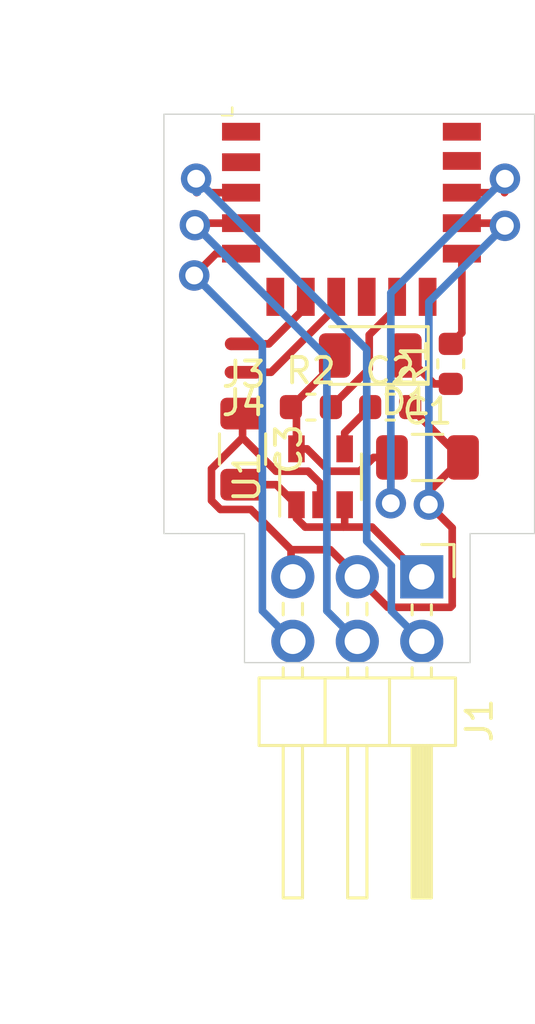
<source format=kicad_pcb>
(kicad_pcb (version 20171130) (host pcbnew "(5.1.4)-1")

  (general
    (thickness 1.6)
    (drawings 10)
    (tracks 106)
    (zones 0)
    (modules 11)
    (nets 19)
  )

  (page A4)
  (layers
    (0 F.Cu signal)
    (31 B.Cu signal)
    (32 B.Adhes user)
    (33 F.Adhes user)
    (34 B.Paste user hide)
    (35 F.Paste user hide)
    (36 B.SilkS user)
    (37 F.SilkS user hide)
    (38 B.Mask user)
    (39 F.Mask user)
    (40 Dwgs.User user)
    (41 Cmts.User user)
    (42 Eco1.User user)
    (43 Eco2.User user)
    (44 Edge.Cuts user)
    (45 Margin user)
    (46 B.CrtYd user)
    (47 F.CrtYd user)
    (48 B.Fab user hide)
    (49 F.Fab user)
  )

  (setup
    (last_trace_width 0.3)
    (trace_clearance 0.2)
    (zone_clearance 0.508)
    (zone_45_only no)
    (trace_min 0.3)
    (via_size 0.8)
    (via_drill 0.4)
    (via_min_size 0.4)
    (via_min_drill 0.3)
    (uvia_size 0.3)
    (uvia_drill 0.1)
    (uvias_allowed no)
    (uvia_min_size 0.2)
    (uvia_min_drill 0.1)
    (edge_width 0.05)
    (segment_width 0.2)
    (pcb_text_width 0.3)
    (pcb_text_size 1.5 1.5)
    (mod_edge_width 0.12)
    (mod_text_size 1 1)
    (mod_text_width 0.15)
    (pad_size 0.7 1.5)
    (pad_drill 0)
    (pad_to_mask_clearance 0.051)
    (solder_mask_min_width 0.25)
    (aux_axis_origin 0 0)
    (visible_elements 7FFFFFFF)
    (pcbplotparams
      (layerselection 0x010fc_ffffffff)
      (usegerberextensions false)
      (usegerberattributes false)
      (usegerberadvancedattributes false)
      (creategerberjobfile false)
      (excludeedgelayer true)
      (linewidth 0.100000)
      (plotframeref false)
      (viasonmask false)
      (mode 1)
      (useauxorigin false)
      (hpglpennumber 1)
      (hpglpenspeed 20)
      (hpglpendiameter 15.000000)
      (psnegative false)
      (psa4output false)
      (plotreference true)
      (plotvalue true)
      (plotinvisibletext false)
      (padsonsilk false)
      (subtractmaskfromsilk false)
      (outputformat 1)
      (mirror false)
      (drillshape 1)
      (scaleselection 1)
      (outputdirectory ""))
  )

  (net 0 "")
  (net 1 +3V3)
  (net 2 GND)
  (net 3 "Net-(C2-Pad1)")
  (net 4 "Net-(D1-Pad1)")
  (net 5 RX)
  (net 6 TX)
  (net 7 VCC)
  (net 8 P1_3)
  (net 9 P1_7)
  (net 10 P1_2)
  (net 11 P0_2)
  (net 12 RST)
  (net 13 "Net-(U2-Pad6)")
  (net 14 "Net-(U2-Pad9)")
  (net 15 "Net-(U2-Pad11)")
  (net 16 "Net-(U2-Pad1)")
  (net 17 "Net-(U2-Pad15)")
  (net 18 "Net-(U2-Pad16)")

  (net_class Default "Dies ist die voreingestellte Netzklasse."
    (clearance 0.2)
    (trace_width 0.3)
    (via_dia 0.8)
    (via_drill 0.4)
    (uvia_dia 0.3)
    (uvia_drill 0.1)
    (add_net +3V3)
    (add_net GND)
    (add_net "Net-(C2-Pad1)")
    (add_net "Net-(D1-Pad1)")
    (add_net "Net-(U2-Pad1)")
    (add_net "Net-(U2-Pad11)")
    (add_net "Net-(U2-Pad15)")
    (add_net "Net-(U2-Pad16)")
    (add_net "Net-(U2-Pad6)")
    (add_net "Net-(U2-Pad9)")
    (add_net P0_2)
    (add_net P1_2)
    (add_net P1_3)
    (add_net P1_7)
    (add_net RST)
    (add_net RX)
    (add_net TX)
    (add_net VCC)
  )

  (module Connector_PinHeader_2.54mm:PinHeader_2x03_P2.54mm_Horizontal (layer F.Cu) (tedit 5DE0E77B) (tstamp 5DD72143)
    (at 148.59 87.4268 270)
    (descr "Through hole angled pin header, 2x03, 2.54mm pitch, 6mm pin length, double rows")
    (tags "Through hole angled pin header THT 2x03 2.54mm double row")
    (path /5DD82B4F)
    (fp_text reference J1 (at 5.655 -2.27 90) (layer F.SilkS)
      (effects (font (size 1 1) (thickness 0.15)))
    )
    (fp_text value Conn_02x03_Counter_Clockwise (at 5.655 7.35 90) (layer F.Fab)
      (effects (font (size 1 1) (thickness 0.15)))
    )
    (fp_text user %R (at 5.31 2.54) (layer F.Fab)
      (effects (font (size 1 1) (thickness 0.15)))
    )
    (fp_line (start 13.1 -1.8) (end -1.8 -1.8) (layer F.CrtYd) (width 0.05))
    (fp_line (start 13.1 6.85) (end 13.1 -1.8) (layer F.CrtYd) (width 0.05))
    (fp_line (start -1.8 6.85) (end 13.1 6.85) (layer F.CrtYd) (width 0.05))
    (fp_line (start -1.8 -1.8) (end -1.8 6.85) (layer F.CrtYd) (width 0.05))
    (fp_line (start -1.27 -1.27) (end 0 -1.27) (layer F.SilkS) (width 0.12))
    (fp_line (start -1.27 0) (end -1.27 -1.27) (layer F.SilkS) (width 0.12))
    (fp_line (start 1.042929 5.46) (end 1.497071 5.46) (layer F.SilkS) (width 0.12))
    (fp_line (start 1.042929 4.7) (end 1.497071 4.7) (layer F.SilkS) (width 0.12))
    (fp_line (start 3.582929 5.46) (end 3.98 5.46) (layer F.SilkS) (width 0.12))
    (fp_line (start 3.582929 4.7) (end 3.98 4.7) (layer F.SilkS) (width 0.12))
    (fp_line (start 12.64 5.46) (end 6.64 5.46) (layer F.SilkS) (width 0.12))
    (fp_line (start 12.64 4.7) (end 12.64 5.46) (layer F.SilkS) (width 0.12))
    (fp_line (start 6.64 4.7) (end 12.64 4.7) (layer F.SilkS) (width 0.12))
    (fp_line (start 3.98 3.81) (end 6.64 3.81) (layer F.SilkS) (width 0.12))
    (fp_line (start 1.042929 2.92) (end 1.497071 2.92) (layer F.SilkS) (width 0.12))
    (fp_line (start 1.042929 2.16) (end 1.497071 2.16) (layer F.SilkS) (width 0.12))
    (fp_line (start 3.582929 2.92) (end 3.98 2.92) (layer F.SilkS) (width 0.12))
    (fp_line (start 3.582929 2.16) (end 3.98 2.16) (layer F.SilkS) (width 0.12))
    (fp_line (start 12.64 2.92) (end 6.64 2.92) (layer F.SilkS) (width 0.12))
    (fp_line (start 12.64 2.16) (end 12.64 2.92) (layer F.SilkS) (width 0.12))
    (fp_line (start 6.64 2.16) (end 12.64 2.16) (layer F.SilkS) (width 0.12))
    (fp_line (start 3.98 1.27) (end 6.64 1.27) (layer F.SilkS) (width 0.12))
    (fp_line (start 1.11 0.38) (end 1.497071 0.38) (layer F.SilkS) (width 0.12))
    (fp_line (start 1.11 -0.38) (end 1.497071 -0.38) (layer F.SilkS) (width 0.12))
    (fp_line (start 3.582929 0.38) (end 3.98 0.38) (layer F.SilkS) (width 0.12))
    (fp_line (start 3.582929 -0.38) (end 3.98 -0.38) (layer F.SilkS) (width 0.12))
    (fp_line (start 6.64 0.28) (end 12.64 0.28) (layer F.SilkS) (width 0.12))
    (fp_line (start 6.64 0.16) (end 12.64 0.16) (layer F.SilkS) (width 0.12))
    (fp_line (start 6.64 0.04) (end 12.64 0.04) (layer F.SilkS) (width 0.12))
    (fp_line (start 6.64 -0.08) (end 12.64 -0.08) (layer F.SilkS) (width 0.12))
    (fp_line (start 6.64 -0.2) (end 12.64 -0.2) (layer F.SilkS) (width 0.12))
    (fp_line (start 6.64 -0.32) (end 12.64 -0.32) (layer F.SilkS) (width 0.12))
    (fp_line (start 12.64 0.38) (end 6.64 0.38) (layer F.SilkS) (width 0.12))
    (fp_line (start 12.64 -0.38) (end 12.64 0.38) (layer F.SilkS) (width 0.12))
    (fp_line (start 6.64 -0.38) (end 12.64 -0.38) (layer F.SilkS) (width 0.12))
    (fp_line (start 6.64 -1.33) (end 3.98 -1.33) (layer F.SilkS) (width 0.12))
    (fp_line (start 6.64 6.41) (end 6.64 -1.33) (layer F.SilkS) (width 0.12))
    (fp_line (start 3.98 6.41) (end 6.64 6.41) (layer F.SilkS) (width 0.12))
    (fp_line (start 3.98 -1.33) (end 3.98 6.41) (layer F.SilkS) (width 0.12))
    (fp_line (start 6.58 5.4) (end 12.58 5.4) (layer F.Fab) (width 0.1))
    (fp_line (start 12.58 4.76) (end 12.58 5.4) (layer F.Fab) (width 0.1))
    (fp_line (start 6.58 4.76) (end 12.58 4.76) (layer F.Fab) (width 0.1))
    (fp_line (start -0.32 5.4) (end 4.04 5.4) (layer F.Fab) (width 0.1))
    (fp_line (start -0.32 4.76) (end -0.32 5.4) (layer F.Fab) (width 0.1))
    (fp_line (start -0.32 4.76) (end 4.04 4.76) (layer F.Fab) (width 0.1))
    (fp_line (start 6.58 2.86) (end 12.58 2.86) (layer F.Fab) (width 0.1))
    (fp_line (start 12.58 2.22) (end 12.58 2.86) (layer F.Fab) (width 0.1))
    (fp_line (start 6.58 2.22) (end 12.58 2.22) (layer F.Fab) (width 0.1))
    (fp_line (start -0.32 2.86) (end 4.04 2.86) (layer F.Fab) (width 0.1))
    (fp_line (start -0.32 2.22) (end -0.32 2.86) (layer F.Fab) (width 0.1))
    (fp_line (start -0.32 2.22) (end 4.04 2.22) (layer F.Fab) (width 0.1))
    (fp_line (start 6.58 0.32) (end 12.58 0.32) (layer F.Fab) (width 0.1))
    (fp_line (start 12.58 -0.32) (end 12.58 0.32) (layer F.Fab) (width 0.1))
    (fp_line (start 6.58 -0.32) (end 12.58 -0.32) (layer F.Fab) (width 0.1))
    (fp_line (start -0.32 0.32) (end 4.04 0.32) (layer F.Fab) (width 0.1))
    (fp_line (start -0.32 -0.32) (end -0.32 0.32) (layer F.Fab) (width 0.1))
    (fp_line (start -0.32 -0.32) (end 4.04 -0.32) (layer F.Fab) (width 0.1))
    (fp_line (start 4.04 -0.635) (end 4.675 -1.27) (layer F.Fab) (width 0.1))
    (fp_line (start 4.04 6.35) (end 4.04 -0.635) (layer F.Fab) (width 0.1))
    (fp_line (start 6.58 6.35) (end 4.04 6.35) (layer F.Fab) (width 0.1))
    (fp_line (start 6.58 -1.27) (end 6.58 6.35) (layer F.Fab) (width 0.1))
    (fp_line (start 4.675 -1.27) (end 6.58 -1.27) (layer F.Fab) (width 0.1))
    (pad 6 thru_hole oval (at 2.54 5.08 270) (size 1.7 1.7) (drill 1) (layers *.Cu)
      (net 9 P1_7))
    (pad 5 thru_hole oval (at 0 5.08 270) (size 1.7 1.7) (drill 1) (layers *.Cu)
      (net 2 GND))
    (pad 4 thru_hole oval (at 2.54 2.54 270) (size 1.7 1.7) (drill 1) (layers *.Cu)
      (net 8 P1_3))
    (pad 3 thru_hole oval (at 0 2.54 270) (size 1.7 1.7) (drill 1) (layers *.Cu)
      (net 2 GND))
    (pad 2 thru_hole oval (at 2.54 0 270) (size 1.7 1.7) (drill 1) (layers *.Cu)
      (net 10 P1_2))
    (pad 1 thru_hole rect (at 0 0 270) (size 1.7 1.7) (drill 1) (layers *.Cu)
      (net 7 VCC))
    (model ${KISYS3DMOD}/Connector_PinHeader_2.54mm.3dshapes/PinHeader_2x03_P2.54mm_Horizontal.wrl
      (at (xyz 0 0 0))
      (scale (xyz 1 1 1))
      (rotate (xyz 0 0 0))
    )
  )

  (module NetTie:NetTie-2_SMD_Pad0.5mm (layer F.Cu) (tedit 5A1CF6D3) (tstamp 5DD7094C)
    (at 141.5716 79.375 180)
    (descr "Net tie, 2 pin, 0.5mm square SMD pads")
    (tags "net tie")
    (path /5DD753C1)
    (attr virtual)
    (fp_text reference J4 (at 0 -1.2) (layer F.SilkS)
      (effects (font (size 1 1) (thickness 0.15)))
    )
    (fp_text value Conn_01x01_MountingPin (at 0 1.2) (layer F.Fab)
      (effects (font (size 1 1) (thickness 0.15)))
    )
    (fp_line (start -1 -0.5) (end -1 0.5) (layer F.CrtYd) (width 0.05))
    (fp_line (start -1 0.5) (end 1 0.5) (layer F.CrtYd) (width 0.05))
    (fp_line (start 1 0.5) (end 1 -0.5) (layer F.CrtYd) (width 0.05))
    (fp_line (start 1 -0.5) (end -1 -0.5) (layer F.CrtYd) (width 0.05))
    (fp_poly (pts (xy -0.5 -0.25) (xy 0.5 -0.25) (xy 0.5 0.25) (xy -0.5 0.25)) (layer F.Cu) (width 0))
    (pad 2 smd circle (at 0.5 0 180) (size 0.5 0.5) (layers F.Cu))
    (pad 1 smd circle (at -0.5 0 180) (size 0.5 0.5) (layers F.Cu)
      (net 6 TX))
  )

  (module NetTie:NetTie-2_SMD_Pad0.5mm (layer F.Cu) (tedit 5A1CF6D3) (tstamp 5DD70941)
    (at 141.5796 78.2574 180)
    (descr "Net tie, 2 pin, 0.5mm square SMD pads")
    (tags "net tie")
    (path /5DD74D90)
    (attr virtual)
    (fp_text reference J3 (at 0 -1.2) (layer F.SilkS)
      (effects (font (size 1 1) (thickness 0.15)))
    )
    (fp_text value Conn_01x01_MountingPin (at 0 1.2) (layer F.Fab)
      (effects (font (size 1 1) (thickness 0.15)))
    )
    (fp_line (start -1 -0.5) (end -1 0.5) (layer F.CrtYd) (width 0.05))
    (fp_line (start -1 0.5) (end 1 0.5) (layer F.CrtYd) (width 0.05))
    (fp_line (start 1 0.5) (end 1 -0.5) (layer F.CrtYd) (width 0.05))
    (fp_line (start 1 -0.5) (end -1 -0.5) (layer F.CrtYd) (width 0.05))
    (fp_poly (pts (xy -0.5 -0.25) (xy 0.5 -0.25) (xy 0.5 0.25) (xy -0.5 0.25)) (layer F.Cu) (width 0))
    (pad 2 smd circle (at 0.5 0 180) (size 0.5 0.5) (layers F.Cu))
    (pad 1 smd circle (at -0.5 0 180) (size 0.5 0.5) (layers F.Cu)
      (net 5 RX))
  )

  (module RN4871-V_RM118:RN4871-V_RN4871 (layer F.Cu) (tedit 5DE0E7B5) (tstamp 5DD6D316)
    (at 145.82 73.355)
    (descr "Microchip RN4871 footprint")
    (tags "RN4871 BLE")
    (path /5DD59FC0)
    (attr smd)
    (fp_text reference U2 (at 0 -9.3) (layer F.SilkS)
      (effects (font (size 1 1) (thickness 0.15)))
    )
    (fp_text value RN4871-V_RM118 (at 0 4.8) (layer F.Fab)
      (effects (font (size 1 1) (thickness 0.15)))
    )
    (fp_line (start -4.5 -8.25) (end -4.5 3.25) (layer F.Fab) (width 0.1))
    (fp_line (start 4.5 -8.25) (end -4.5 -8.25) (layer Dwgs.User) (width 0.1))
    (fp_line (start 4.5 3.25) (end 4.5 -8.25) (layer F.Fab) (width 0.1))
    (fp_line (start -4.5 3.25) (end 4.5 3.25) (layer F.Fab) (width 0.1))
    (fp_line (start -4.5 -4.25) (end 4.5 -4.25) (layer Dwgs.User) (width 0.1))
    (fp_line (start -1.6 -0.75) (end -1.6 -4.25) (layer Dwgs.User) (width 0.1))
    (fp_line (start -3.5 -0.75) (end -1.6 -0.75) (layer Dwgs.User) (width 0.1))
    (fp_line (start -3.5 -4.25) (end -3.5 -0.75) (layer Dwgs.User) (width 0.1))
    (fp_line (start -0.2 -3.75) (end -0.2 1.7) (layer Dwgs.User) (width 0.1))
    (fp_line (start 3.5 -3.75) (end -0.2 -3.75) (layer Dwgs.User) (width 0.1))
    (fp_line (start 3.5 1.7) (end 3.5 -3.75) (layer Dwgs.User) (width 0.1))
    (fp_line (start -0.2 1.7) (end 3.5 1.7) (layer Dwgs.User) (width 0.1))
    (fp_line (start -5.38 4.08) (end 5.36 4.08) (layer F.CrtYd) (width 0.05))
    (fp_line (start 5.38 -8.61) (end -5.38 -8.61) (layer F.CrtYd) (width 0.05))
    (fp_line (start -5.38 4.08) (end -5.38 -8.61) (layer F.CrtYd) (width 0.05))
    (fp_line (start -4.7 -4.1) (end -4.7 -4.4) (layer F.SilkS) (width 0.1))
    (fp_line (start -5.1 -4.1) (end -4.7 -4.1) (layer F.SilkS) (width 0.1))
    (fp_text user %R (at 0 -2.5) (layer F.Fab)
      (effects (font (size 1 1) (thickness 0.1)))
    )
    (fp_line (start -3.5 -4.25) (end -1.6 -4.25) (layer Dwgs.User) (width 0.1))
    (fp_line (start -4.5 -4.25) (end -4.5 -8.25) (layer Dwgs.User) (width 0.1))
    (fp_line (start 4.5 -4.25) (end 4.5 -8.25) (layer Dwgs.User) (width 0.1))
    (fp_text user "KEEP-OUT ZONE" (at 0 -7.3) (layer Cmts.User)
      (effects (font (size 0.5 0.5) (thickness 0.1)))
    )
    (fp_line (start -4.5 -7.5) (end -3.75 -8.25) (layer Dwgs.User) (width 0.05))
    (fp_line (start -4.5 -6.5) (end -2.75 -8.25) (layer Dwgs.User) (width 0.05))
    (fp_line (start -4.5 -5.5) (end -1.75 -8.25) (layer Dwgs.User) (width 0.05))
    (fp_line (start -4.5 -4.5) (end -0.75 -8.25) (layer Dwgs.User) (width 0.05))
    (fp_line (start 0.25 -8.25) (end -3.75 -4.25) (layer Dwgs.User) (width 0.05))
    (fp_line (start -2.75 -4.25) (end 1.25 -8.25) (layer Dwgs.User) (width 0.05))
    (fp_line (start -1.75 -4.25) (end 2.25 -8.25) (layer Dwgs.User) (width 0.05))
    (fp_line (start -0.75 -4.25) (end 3.25 -8.25) (layer Dwgs.User) (width 0.05))
    (fp_line (start 0.25 -4.25) (end 4.25 -8.25) (layer Dwgs.User) (width 0.05))
    (fp_line (start 1.25 -4.25) (end 4.5 -7.5) (layer Dwgs.User) (width 0.05))
    (fp_line (start 2.25 -4.25) (end 4.5 -6.5) (layer Dwgs.User) (width 0.05))
    (fp_line (start 3.25 -4.25) (end 4.5 -5.5) (layer Dwgs.User) (width 0.05))
    (fp_line (start -2.75 -4.25) (end -3.5 -3.5) (layer Dwgs.User) (width 0.05))
    (fp_line (start -1.75 -4.25) (end -3.5 -2.5) (layer Dwgs.User) (width 0.05))
    (fp_line (start -3.5 -1.5) (end -1.6 -3.375) (layer Dwgs.User) (width 0.05))
    (fp_line (start -3.25 -0.75) (end -1.6 -2.375) (layer Dwgs.User) (width 0.05))
    (fp_line (start -2.25 -0.75) (end -1.6 -1.375) (layer Dwgs.User) (width 0.05))
    (fp_line (start 0.75 -3.75) (end -0.2 -2.8) (layer Dwgs.User) (width 0.05))
    (fp_line (start 1.75 -3.75) (end -0.2 -1.8) (layer Dwgs.User) (width 0.05))
    (fp_line (start 2.75 -3.75) (end -0.2 -0.8) (layer Dwgs.User) (width 0.05))
    (fp_line (start 3.5 -3.5) (end -0.2 0.2) (layer Dwgs.User) (width 0.05))
    (fp_line (start 3.5 -2.5) (end -0.2 1.2) (layer Dwgs.User) (width 0.05))
    (fp_line (start 0.3 1.7) (end 3.5 -1.5) (layer Dwgs.User) (width 0.05))
    (fp_line (start 1.3 1.7) (end 3.5 -0.5) (layer Dwgs.User) (width 0.05))
    (fp_line (start 2.3 1.7) (end 3.5 0.5) (layer Dwgs.User) (width 0.05))
    (fp_text user "KEEP-OUT ZONE" (at -2.575 -2.5 90) (layer Cmts.User)
      (effects (font (size 0.25 0.25) (thickness 0.05)))
    )
    (fp_text user "KEEP-OUT ZONE" (at 1.825 -0.825 90) (layer Cmts.User)
      (effects (font (size 0.25 0.25) (thickness 0.05)))
    )
    (fp_text user "No Metal, No Traces, Components" (at 0 -6.2) (layer Cmts.User)
      (effects (font (size 0.25 0.25) (thickness 0.05)))
    )
    (fp_text user "On any layer" (at 0 -5.7) (layer Cmts.User)
      (effects (font (size 0.25 0.25) (thickness 0.05)))
    )
    (fp_line (start 5.36 4.08) (end 5.36 -8.61) (layer F.CrtYd) (width 0.05))
    (pad 16 smd rect (at 4.35 -3.45 90) (size 0.7 1.5) (layers F.Cu)
      (net 18 "Net-(U2-Pad16)"))
    (pad 15 smd rect (at 4.35 -2.3 90) (size 0.7 1.5) (layers F.Cu)
      (net 17 "Net-(U2-Pad15)"))
    (pad 14 smd rect (at 4.35 -1.05 90) (size 0.7 1.5) (layers F.Cu F.Paste F.Mask)
      (net 1 +3V3))
    (pad 13 smd rect (at 4.35 0.15 90) (size 0.7 1.5) (layers F.Cu F.Paste F.Mask)
      (net 2 GND))
    (pad 12 smd rect (at 4.35 1.35 90) (size 0.7 1.5) (layers F.Cu F.Paste F.Mask)
      (net 11 P0_2))
    (pad 1 smd rect (at -4.35 -3.45 90) (size 0.7 1.5) (layers F.Cu)
      (net 16 "Net-(U2-Pad1)"))
    (pad 2 smd rect (at -4.35 -2.25 90) (size 0.7 1.5) (layers F.Cu)
      (net 2 GND))
    (pad 3 smd rect (at -4.35 -1.05 90) (size 0.7 1.5) (layers F.Cu F.Paste F.Mask)
      (net 10 P1_2))
    (pad 4 smd rect (at -4.35 0.15 90) (size 0.7 1.5) (layers F.Cu F.Paste F.Mask)
      (net 8 P1_3))
    (pad 5 smd rect (at -4.35 1.35 90) (size 0.7 1.5) (layers F.Cu F.Paste F.Mask)
      (net 9 P1_7))
    (pad 11 smd rect (at 3 3.05) (size 0.7 1.5) (layers F.Cu)
      (net 15 "Net-(U2-Pad11)"))
    (pad 10 smd rect (at 1.8 3.05) (size 0.7 1.5) (layers F.Cu F.Paste F.Mask)
      (net 12 RST))
    (pad 9 smd rect (at 0.6 3.05) (size 0.7 1.5) (layers F.Cu)
      (net 14 "Net-(U2-Pad9)"))
    (pad 8 smd rect (at -0.6 3.05) (size 0.7 1.5) (layers F.Cu F.Paste F.Mask)
      (net 6 TX))
    (pad 7 smd rect (at -1.8 3.05) (size 0.7 1.5) (layers F.Cu F.Paste F.Mask)
      (net 5 RX))
    (pad 6 smd rect (at -3 3.05) (size 0.7 1.5) (layers F.Cu)
      (net 13 "Net-(U2-Pad6)"))
    (model ${KISYS3DMOD}/RF_Module.3dshapes/Microchip_RN4871.wrl
      (at (xyz 0 0 0))
      (scale (xyz 1 1 1))
      (rotate (xyz 0 0 0))
    )
  )

  (module Package_TO_SOT_SMD:SOT-23-5 (layer F.Cu) (tedit 5A02FF57) (tstamp 5DD6D2CE)
    (at 144.6022 83.4898 90)
    (descr "5-pin SOT23 package")
    (tags SOT-23-5)
    (path /5DD62670)
    (attr smd)
    (fp_text reference U1 (at 0 -2.9 90) (layer F.SilkS)
      (effects (font (size 1 1) (thickness 0.15)))
    )
    (fp_text value LD3985M33R_SOT23 (at 0 2.9 90) (layer F.Fab)
      (effects (font (size 1 1) (thickness 0.15)))
    )
    (fp_line (start 0.9 -1.55) (end 0.9 1.55) (layer F.Fab) (width 0.1))
    (fp_line (start 0.9 1.55) (end -0.9 1.55) (layer F.Fab) (width 0.1))
    (fp_line (start -0.9 -0.9) (end -0.9 1.55) (layer F.Fab) (width 0.1))
    (fp_line (start 0.9 -1.55) (end -0.25 -1.55) (layer F.Fab) (width 0.1))
    (fp_line (start -0.9 -0.9) (end -0.25 -1.55) (layer F.Fab) (width 0.1))
    (fp_line (start -1.9 1.8) (end -1.9 -1.8) (layer F.CrtYd) (width 0.05))
    (fp_line (start 1.9 1.8) (end -1.9 1.8) (layer F.CrtYd) (width 0.05))
    (fp_line (start 1.9 -1.8) (end 1.9 1.8) (layer F.CrtYd) (width 0.05))
    (fp_line (start -1.9 -1.8) (end 1.9 -1.8) (layer F.CrtYd) (width 0.05))
    (fp_line (start 0.9 -1.61) (end -1.55 -1.61) (layer F.SilkS) (width 0.12))
    (fp_line (start -0.9 1.61) (end 0.9 1.61) (layer F.SilkS) (width 0.12))
    (fp_text user %R (at 0 0) (layer F.Fab)
      (effects (font (size 0.5 0.5) (thickness 0.075)))
    )
    (pad 5 smd rect (at 1.1 -0.95 90) (size 1.06 0.65) (layers F.Cu F.Paste F.Mask)
      (net 1 +3V3))
    (pad 4 smd rect (at 1.1 0.95 90) (size 1.06 0.65) (layers F.Cu F.Paste F.Mask)
      (net 3 "Net-(C2-Pad1)"))
    (pad 3 smd rect (at -1.1 0.95 90) (size 1.06 0.65) (layers F.Cu F.Paste F.Mask)
      (net 7 VCC))
    (pad 2 smd rect (at -1.1 0 90) (size 1.06 0.65) (layers F.Cu F.Paste F.Mask)
      (net 2 GND))
    (pad 1 smd rect (at -1.1 -0.95 90) (size 1.06 0.65) (layers F.Cu F.Paste F.Mask)
      (net 7 VCC))
    (model ${KISYS3DMOD}/Package_TO_SOT_SMD.3dshapes/SOT-23-5.wrl
      (at (xyz 0 0 0))
      (scale (xyz 1 1 1))
      (rotate (xyz 0 0 0))
    )
  )

  (module Resistor_SMD:R_0603_1608Metric (layer F.Cu) (tedit 5B301BBD) (tstamp 5DD6D2B9)
    (at 144.2211 80.7466)
    (descr "Resistor SMD 0603 (1608 Metric), square (rectangular) end terminal, IPC_7351 nominal, (Body size source: http://www.tortai-tech.com/upload/download/2011102023233369053.pdf), generated with kicad-footprint-generator")
    (tags resistor)
    (path /5DD5DBD3)
    (attr smd)
    (fp_text reference R2 (at 0 -1.43) (layer F.SilkS)
      (effects (font (size 1 1) (thickness 0.15)))
    )
    (fp_text value 4700 (at 0 1.43) (layer F.Fab)
      (effects (font (size 1 1) (thickness 0.15)))
    )
    (fp_text user %R (at 0 0) (layer F.Fab)
      (effects (font (size 0.4 0.4) (thickness 0.06)))
    )
    (fp_line (start 1.48 0.73) (end -1.48 0.73) (layer F.CrtYd) (width 0.05))
    (fp_line (start 1.48 -0.73) (end 1.48 0.73) (layer F.CrtYd) (width 0.05))
    (fp_line (start -1.48 -0.73) (end 1.48 -0.73) (layer F.CrtYd) (width 0.05))
    (fp_line (start -1.48 0.73) (end -1.48 -0.73) (layer F.CrtYd) (width 0.05))
    (fp_line (start -0.162779 0.51) (end 0.162779 0.51) (layer F.SilkS) (width 0.12))
    (fp_line (start -0.162779 -0.51) (end 0.162779 -0.51) (layer F.SilkS) (width 0.12))
    (fp_line (start 0.8 0.4) (end -0.8 0.4) (layer F.Fab) (width 0.1))
    (fp_line (start 0.8 -0.4) (end 0.8 0.4) (layer F.Fab) (width 0.1))
    (fp_line (start -0.8 -0.4) (end 0.8 -0.4) (layer F.Fab) (width 0.1))
    (fp_line (start -0.8 0.4) (end -0.8 -0.4) (layer F.Fab) (width 0.1))
    (pad 2 smd roundrect (at 0.7875 0) (size 0.875 0.95) (layers F.Cu F.Paste F.Mask) (roundrect_rratio 0.25)
      (net 12 RST))
    (pad 1 smd roundrect (at -0.7875 0) (size 0.875 0.95) (layers F.Cu F.Paste F.Mask) (roundrect_rratio 0.25)
      (net 1 +3V3))
    (model ${KISYS3DMOD}/Resistor_SMD.3dshapes/R_0603_1608Metric.wrl
      (at (xyz 0 0 0))
      (scale (xyz 1 1 1))
      (rotate (xyz 0 0 0))
    )
  )

  (module Resistor_SMD:R_0603_1608Metric (layer F.Cu) (tedit 5B301BBD) (tstamp 5DD6D2A8)
    (at 149.733 79.0447 90)
    (descr "Resistor SMD 0603 (1608 Metric), square (rectangular) end terminal, IPC_7351 nominal, (Body size source: http://www.tortai-tech.com/upload/download/2011102023233369053.pdf), generated with kicad-footprint-generator")
    (tags resistor)
    (path /5DD5C23F)
    (attr smd)
    (fp_text reference R1 (at 0 -1.43 90) (layer F.SilkS)
      (effects (font (size 1 1) (thickness 0.15)))
    )
    (fp_text value 330 (at 0 1.43 90) (layer F.Fab)
      (effects (font (size 1 1) (thickness 0.15)))
    )
    (fp_text user %R (at 0 0 90) (layer F.Fab)
      (effects (font (size 0.4 0.4) (thickness 0.06)))
    )
    (fp_line (start 1.48 0.73) (end -1.48 0.73) (layer F.CrtYd) (width 0.05))
    (fp_line (start 1.48 -0.73) (end 1.48 0.73) (layer F.CrtYd) (width 0.05))
    (fp_line (start -1.48 -0.73) (end 1.48 -0.73) (layer F.CrtYd) (width 0.05))
    (fp_line (start -1.48 0.73) (end -1.48 -0.73) (layer F.CrtYd) (width 0.05))
    (fp_line (start -0.162779 0.51) (end 0.162779 0.51) (layer F.SilkS) (width 0.12))
    (fp_line (start -0.162779 -0.51) (end 0.162779 -0.51) (layer F.SilkS) (width 0.12))
    (fp_line (start 0.8 0.4) (end -0.8 0.4) (layer F.Fab) (width 0.1))
    (fp_line (start 0.8 -0.4) (end 0.8 0.4) (layer F.Fab) (width 0.1))
    (fp_line (start -0.8 -0.4) (end 0.8 -0.4) (layer F.Fab) (width 0.1))
    (fp_line (start -0.8 0.4) (end -0.8 -0.4) (layer F.Fab) (width 0.1))
    (pad 2 smd roundrect (at 0.7875 0 90) (size 0.875 0.95) (layers F.Cu F.Paste F.Mask) (roundrect_rratio 0.25)
      (net 11 P0_2))
    (pad 1 smd roundrect (at -0.7875 0 90) (size 0.875 0.95) (layers F.Cu F.Paste F.Mask) (roundrect_rratio 0.25)
      (net 4 "Net-(D1-Pad1)"))
    (model ${KISYS3DMOD}/Resistor_SMD.3dshapes/R_0603_1608Metric.wrl
      (at (xyz 0 0 0))
      (scale (xyz 1 1 1))
      (rotate (xyz 0 0 0))
    )
  )

  (module LED_SMD:LED_1206_3216Metric (layer F.Cu) (tedit 5B301BBE) (tstamp 5DD6D243)
    (at 146.561 78.7146 180)
    (descr "LED SMD 1206 (3216 Metric), square (rectangular) end terminal, IPC_7351 nominal, (Body size source: http://www.tortai-tech.com/upload/download/2011102023233369053.pdf), generated with kicad-footprint-generator")
    (tags diode)
    (path /5DD5BDC0)
    (attr smd)
    (fp_text reference D1 (at -1.4 -1.82) (layer F.SilkS)
      (effects (font (size 1 1) (thickness 0.15)))
    )
    (fp_text value LED (at 0 1.82) (layer F.Fab)
      (effects (font (size 1 1) (thickness 0.15)))
    )
    (fp_text user %R (at 0 0) (layer F.Fab)
      (effects (font (size 0.8 0.8) (thickness 0.12)))
    )
    (fp_line (start 2.28 1.12) (end -2.28 1.12) (layer F.CrtYd) (width 0.05))
    (fp_line (start 2.28 -1.12) (end 2.28 1.12) (layer F.CrtYd) (width 0.05))
    (fp_line (start -2.28 -1.12) (end 2.28 -1.12) (layer F.CrtYd) (width 0.05))
    (fp_line (start -2.28 1.12) (end -2.28 -1.12) (layer F.CrtYd) (width 0.05))
    (fp_line (start -2.285 1.135) (end 1.6 1.135) (layer F.SilkS) (width 0.12))
    (fp_line (start -2.285 -1.135) (end -2.285 1.135) (layer F.SilkS) (width 0.12))
    (fp_line (start 1.6 -1.135) (end -2.285 -1.135) (layer F.SilkS) (width 0.12))
    (fp_line (start 1.6 0.8) (end 1.6 -0.8) (layer F.Fab) (width 0.1))
    (fp_line (start -1.6 0.8) (end 1.6 0.8) (layer F.Fab) (width 0.1))
    (fp_line (start -1.6 -0.4) (end -1.6 0.8) (layer F.Fab) (width 0.1))
    (fp_line (start -1.2 -0.8) (end -1.6 -0.4) (layer F.Fab) (width 0.1))
    (fp_line (start 1.6 -0.8) (end -1.2 -0.8) (layer F.Fab) (width 0.1))
    (pad 2 smd roundrect (at 1.4 0 180) (size 1.25 1.75) (layers F.Cu F.Paste F.Mask) (roundrect_rratio 0.2)
      (net 1 +3V3))
    (pad 1 smd roundrect (at -1.4 0 180) (size 1.25 1.75) (layers F.Cu F.Paste F.Mask) (roundrect_rratio 0.2)
      (net 4 "Net-(D1-Pad1)"))
    (model ${KISYS3DMOD}/LED_SMD.3dshapes/LED_1206_3216Metric.wrl
      (at (xyz 0 0 0))
      (scale (xyz 1 1 1))
      (rotate (xyz 0 0 0))
    )
  )

  (module Capacitor_SMD:C_1206_3216Metric (layer F.Cu) (tedit 5B301BBE) (tstamp 5DD6D230)
    (at 141.5288 82.4006 270)
    (descr "Capacitor SMD 1206 (3216 Metric), square (rectangular) end terminal, IPC_7351 nominal, (Body size source: http://www.tortai-tech.com/upload/download/2011102023233369053.pdf), generated with kicad-footprint-generator")
    (tags capacitor)
    (path /5DD6A791)
    (attr smd)
    (fp_text reference C3 (at 0 -1.82 90) (layer F.SilkS)
      (effects (font (size 1 1) (thickness 0.15)))
    )
    (fp_text value 10uF (at 0 1.82 90) (layer F.Fab)
      (effects (font (size 1 1) (thickness 0.15)))
    )
    (fp_text user %R (at 0 0 90) (layer F.Fab)
      (effects (font (size 0.8 0.8) (thickness 0.12)))
    )
    (fp_line (start 2.28 1.12) (end -2.28 1.12) (layer F.CrtYd) (width 0.05))
    (fp_line (start 2.28 -1.12) (end 2.28 1.12) (layer F.CrtYd) (width 0.05))
    (fp_line (start -2.28 -1.12) (end 2.28 -1.12) (layer F.CrtYd) (width 0.05))
    (fp_line (start -2.28 1.12) (end -2.28 -1.12) (layer F.CrtYd) (width 0.05))
    (fp_line (start -0.602064 0.91) (end 0.602064 0.91) (layer F.SilkS) (width 0.12))
    (fp_line (start -0.602064 -0.91) (end 0.602064 -0.91) (layer F.SilkS) (width 0.12))
    (fp_line (start 1.6 0.8) (end -1.6 0.8) (layer F.Fab) (width 0.1))
    (fp_line (start 1.6 -0.8) (end 1.6 0.8) (layer F.Fab) (width 0.1))
    (fp_line (start -1.6 -0.8) (end 1.6 -0.8) (layer F.Fab) (width 0.1))
    (fp_line (start -1.6 0.8) (end -1.6 -0.8) (layer F.Fab) (width 0.1))
    (pad 2 smd roundrect (at 1.4 0 270) (size 1.25 1.75) (layers F.Cu F.Paste F.Mask) (roundrect_rratio 0.2)
      (net 7 VCC))
    (pad 1 smd roundrect (at -1.4 0 270) (size 1.25 1.75) (layers F.Cu F.Paste F.Mask) (roundrect_rratio 0.2)
      (net 2 GND))
    (model ${KISYS3DMOD}/Capacitor_SMD.3dshapes/C_1206_3216Metric.wrl
      (at (xyz 0 0 0))
      (scale (xyz 1 1 1))
      (rotate (xyz 0 0 0))
    )
  )

  (module Capacitor_SMD:C_0603_1608Metric (layer F.Cu) (tedit 5B301BBE) (tstamp 5DD6D21F)
    (at 147.3455 80.7466)
    (descr "Capacitor SMD 0603 (1608 Metric), square (rectangular) end terminal, IPC_7351 nominal, (Body size source: http://www.tortai-tech.com/upload/download/2011102023233369053.pdf), generated with kicad-footprint-generator")
    (tags capacitor)
    (path /5DD69927)
    (attr smd)
    (fp_text reference C2 (at 0 -1.43) (layer F.SilkS)
      (effects (font (size 1 1) (thickness 0.15)))
    )
    (fp_text value 10nF (at 0 1.43) (layer F.Fab)
      (effects (font (size 1 1) (thickness 0.15)))
    )
    (fp_text user %R (at 0 0) (layer F.Fab)
      (effects (font (size 0.4 0.4) (thickness 0.06)))
    )
    (fp_line (start 1.48 0.73) (end -1.48 0.73) (layer F.CrtYd) (width 0.05))
    (fp_line (start 1.48 -0.73) (end 1.48 0.73) (layer F.CrtYd) (width 0.05))
    (fp_line (start -1.48 -0.73) (end 1.48 -0.73) (layer F.CrtYd) (width 0.05))
    (fp_line (start -1.48 0.73) (end -1.48 -0.73) (layer F.CrtYd) (width 0.05))
    (fp_line (start -0.162779 0.51) (end 0.162779 0.51) (layer F.SilkS) (width 0.12))
    (fp_line (start -0.162779 -0.51) (end 0.162779 -0.51) (layer F.SilkS) (width 0.12))
    (fp_line (start 0.8 0.4) (end -0.8 0.4) (layer F.Fab) (width 0.1))
    (fp_line (start 0.8 -0.4) (end 0.8 0.4) (layer F.Fab) (width 0.1))
    (fp_line (start -0.8 -0.4) (end 0.8 -0.4) (layer F.Fab) (width 0.1))
    (fp_line (start -0.8 0.4) (end -0.8 -0.4) (layer F.Fab) (width 0.1))
    (pad 2 smd roundrect (at 0.7875 0) (size 0.875 0.95) (layers F.Cu F.Paste F.Mask) (roundrect_rratio 0.25)
      (net 2 GND))
    (pad 1 smd roundrect (at -0.7875 0) (size 0.875 0.95) (layers F.Cu F.Paste F.Mask) (roundrect_rratio 0.25)
      (net 3 "Net-(C2-Pad1)"))
    (model ${KISYS3DMOD}/Capacitor_SMD.3dshapes/C_0603_1608Metric.wrl
      (at (xyz 0 0 0))
      (scale (xyz 1 1 1))
      (rotate (xyz 0 0 0))
    )
  )

  (module Capacitor_SMD:C_1206_3216Metric (layer F.Cu) (tedit 5B301BBE) (tstamp 5DD6D20E)
    (at 148.8156 82.7278)
    (descr "Capacitor SMD 1206 (3216 Metric), square (rectangular) end terminal, IPC_7351 nominal, (Body size source: http://www.tortai-tech.com/upload/download/2011102023233369053.pdf), generated with kicad-footprint-generator")
    (tags capacitor)
    (path /5DD5E858)
    (attr smd)
    (fp_text reference C1 (at 0 -1.82) (layer F.SilkS)
      (effects (font (size 1 1) (thickness 0.15)))
    )
    (fp_text value 10uF (at 0 1.82) (layer F.Fab)
      (effects (font (size 1 1) (thickness 0.15)))
    )
    (fp_text user %R (at 0 0) (layer F.Fab)
      (effects (font (size 0.8 0.8) (thickness 0.12)))
    )
    (fp_line (start 2.28 1.12) (end -2.28 1.12) (layer F.CrtYd) (width 0.05))
    (fp_line (start 2.28 -1.12) (end 2.28 1.12) (layer F.CrtYd) (width 0.05))
    (fp_line (start -2.28 -1.12) (end 2.28 -1.12) (layer F.CrtYd) (width 0.05))
    (fp_line (start -2.28 1.12) (end -2.28 -1.12) (layer F.CrtYd) (width 0.05))
    (fp_line (start -0.602064 0.91) (end 0.602064 0.91) (layer F.SilkS) (width 0.12))
    (fp_line (start -0.602064 -0.91) (end 0.602064 -0.91) (layer F.SilkS) (width 0.12))
    (fp_line (start 1.6 0.8) (end -1.6 0.8) (layer F.Fab) (width 0.1))
    (fp_line (start 1.6 -0.8) (end 1.6 0.8) (layer F.Fab) (width 0.1))
    (fp_line (start -1.6 -0.8) (end 1.6 -0.8) (layer F.Fab) (width 0.1))
    (fp_line (start -1.6 0.8) (end -1.6 -0.8) (layer F.Fab) (width 0.1))
    (pad 2 smd roundrect (at 1.4 0) (size 1.25 1.75) (layers F.Cu F.Paste F.Mask) (roundrect_rratio 0.2)
      (net 2 GND))
    (pad 1 smd roundrect (at -1.4 0) (size 1.25 1.75) (layers F.Cu F.Paste F.Mask) (roundrect_rratio 0.2)
      (net 1 +3V3))
    (model ${KISYS3DMOD}/Capacitor_SMD.3dshapes/C_1206_3216Metric.wrl
      (at (xyz 0 0 0))
      (scale (xyz 1 1 1))
      (rotate (xyz 0 0 0))
    )
  )

  (gr_line (start 138.43 69.215) (end 153.035 69.215) (layer Edge.Cuts) (width 0.05) (tstamp 5DD73D57))
  (gr_line (start 138.43 85.725) (end 138.43 69.215) (layer Edge.Cuts) (width 0.05))
  (gr_line (start 139.065 85.725) (end 138.43 85.725) (layer Edge.Cuts) (width 0.05))
  (gr_line (start 141.605 85.725) (end 139.065 85.725) (layer Edge.Cuts) (width 0.05))
  (gr_line (start 153.035 85.725) (end 150.495 85.725) (layer Edge.Cuts) (width 0.05) (tstamp 5DD73D56))
  (gr_line (start 141.605 90.805) (end 141.605 85.725) (layer Edge.Cuts) (width 0.05))
  (gr_line (start 150.495 90.805) (end 141.605 90.805) (layer Edge.Cuts) (width 0.05))
  (gr_line (start 150.495 85.725) (end 150.495 90.805) (layer Edge.Cuts) (width 0.05))
  (gr_line (start 153.035 84.455) (end 153.035 85.725) (layer Edge.Cuts) (width 0.05))
  (gr_line (start 153.035 69.215) (end 153.035 84.455) (layer Edge.Cuts) (width 0.05))

  (via (at 151.8666 71.755) (size 1.2) (drill 0.7) (layers F.Cu B.Cu) (net 1))
  (via (at 147.3708 84.5312) (size 1.2) (drill 0.7) (layers F.Cu B.Cu) (net 1))
  (segment (start 145.161 79.0192) (end 143.4336 80.7466) (width 0.3) (layer F.Cu) (net 1))
  (segment (start 145.161 78.7146) (end 145.161 79.0192) (width 0.3) (layer F.Cu) (net 1))
  (segment (start 143.7792 82.4406) (end 143.7792 82.6456) (width 0.3) (layer F.Cu) (net 1))
  (segment (start 144.067198 82.3898) (end 144.947199 83.269801) (width 0.3) (layer F.Cu) (net 1))
  (segment (start 143.6522 82.3898) (end 144.067198 82.3898) (width 0.3) (layer F.Cu) (net 1))
  (segment (start 146.6906 82.7278) (end 147.4156 82.7278) (width 0.3) (layer F.Cu) (net 1))
  (segment (start 146.148599 83.269801) (end 146.6906 82.7278) (width 0.3) (layer F.Cu) (net 1))
  (segment (start 144.947199 83.269801) (end 146.148599 83.269801) (width 0.3) (layer F.Cu) (net 1))
  (segment (start 147.3708 82.7726) (end 147.4156 82.7278) (width 0.3) (layer F.Cu) (net 1))
  (segment (start 147.3708 84.5312) (end 147.3708 82.7726) (width 0.3) (layer F.Cu) (net 1))
  (segment (start 151.85 72.305) (end 151.8666 72.2884) (width 0.3) (layer F.Cu) (net 1))
  (segment (start 147.3708 83.682672) (end 147.3708 84.5312) (width 0.3) (layer B.Cu) (net 1))
  (segment (start 143.6522 80.9652) (end 143.4336 80.7466) (width 0.3) (layer F.Cu) (net 1))
  (segment (start 143.6522 82.3898) (end 143.6522 80.9652) (width 0.3) (layer F.Cu) (net 1))
  (segment (start 151.3166 72.305) (end 151.8666 71.755) (width 0.3) (layer F.Cu) (net 1))
  (segment (start 150.17 72.305) (end 151.3166 72.305) (width 0.3) (layer F.Cu) (net 1))
  (segment (start 151.8666 71.755) (end 147.3708 76.2508) (width 0.3) (layer B.Cu) (net 1))
  (segment (start 147.3708 76.2508) (end 147.3708 83.682672) (width 0.3) (layer B.Cu) (net 1))
  (via (at 151.8666 73.6092) (size 1.2) (drill 0.7) (layers F.Cu B.Cu) (net 2))
  (via (at 148.8694 84.582) (size 1.2) (drill 0.7) (layers F.Cu B.Cu) (net 2))
  (segment (start 144.9832 86.36) (end 146.05 87.4268) (width 0.3) (layer F.Cu) (net 2))
  (segment (start 143.4394 86.36) (end 144.9832 86.36) (width 0.3) (layer F.Cu) (net 2))
  (segment (start 143.4394 87.3562) (end 143.51 87.4268) (width 0.3) (layer F.Cu) (net 2))
  (segment (start 143.4394 86.36) (end 143.4394 87.3562) (width 0.3) (layer F.Cu) (net 2))
  (segment (start 150.1142 82.7278) (end 148.133 80.7466) (width 0.3) (layer F.Cu) (net 2))
  (segment (start 150.2156 82.7278) (end 150.1142 82.7278) (width 0.3) (layer F.Cu) (net 2))
  (segment (start 148.8694 84.074) (end 150.2156 82.7278) (width 0.3) (layer F.Cu) (net 2))
  (segment (start 148.8694 84.582) (end 148.8694 84.074) (width 0.3) (layer F.Cu) (net 2))
  (segment (start 146.899999 88.276799) (end 146.05 87.4268) (width 0.3) (layer F.Cu) (net 2))
  (segment (start 147.250001 88.626801) (end 146.899999 88.276799) (width 0.3) (layer F.Cu) (net 2))
  (segment (start 149.720001 88.626801) (end 147.250001 88.626801) (width 0.3) (layer F.Cu) (net 2))
  (segment (start 149.790001 88.556801) (end 149.720001 88.626801) (width 0.3) (layer F.Cu) (net 2))
  (segment (start 149.790001 85.502601) (end 149.790001 88.556801) (width 0.3) (layer F.Cu) (net 2))
  (segment (start 148.8694 84.582) (end 149.790001 85.502601) (width 0.3) (layer F.Cu) (net 2))
  (segment (start 151.7624 73.505) (end 151.8666 73.6092) (width 0.3) (layer F.Cu) (net 2))
  (segment (start 150.17 73.505) (end 151.7624 73.505) (width 0.3) (layer F.Cu) (net 2))
  (segment (start 141.5288 81.7256) (end 141.5288 81.0006) (width 0.3) (layer F.Cu) (net 2))
  (segment (start 141.5288 81.952054) (end 141.5288 81.7256) (width 0.3) (layer F.Cu) (net 2))
  (segment (start 142.846547 83.269801) (end 141.5288 81.952054) (width 0.3) (layer F.Cu) (net 2))
  (segment (start 144.112201 83.269801) (end 142.846547 83.269801) (width 0.3) (layer F.Cu) (net 2))
  (segment (start 144.6022 83.7598) (end 144.112201 83.269801) (width 0.3) (layer F.Cu) (net 2))
  (segment (start 144.6022 84.5898) (end 144.6022 83.7598) (width 0.3) (layer F.Cu) (net 2))
  (segment (start 140.30379 83.177064) (end 140.30379 84.424136) (width 0.3) (layer F.Cu) (net 2))
  (segment (start 141.5288 81.952054) (end 140.30379 83.177064) (width 0.3) (layer F.Cu) (net 2))
  (segment (start 148.8694 76.6064) (end 151.8666 73.6092) (width 0.3) (layer B.Cu) (net 2))
  (segment (start 148.8694 84.582) (end 148.8694 76.6064) (width 0.3) (layer B.Cu) (net 2))
  (segment (start 141.85501 84.77561) (end 143.4394 86.36) (width 0.3) (layer F.Cu) (net 2))
  (segment (start 140.655264 84.77561) (end 141.85501 84.77561) (width 0.3) (layer F.Cu) (net 2))
  (segment (start 140.30379 84.424136) (end 140.655264 84.77561) (width 0.3) (layer F.Cu) (net 2))
  (segment (start 145.5522 81.7524) (end 146.558 80.7466) (width 0.3) (layer F.Cu) (net 3))
  (segment (start 145.5522 82.3898) (end 145.5522 81.7524) (width 0.3) (layer F.Cu) (net 3))
  (segment (start 149.0786 79.8322) (end 147.961 78.7146) (width 0.3) (layer F.Cu) (net 4))
  (segment (start 149.733 79.8322) (end 149.0786 79.8322) (width 0.3) (layer F.Cu) (net 4))
  (segment (start 144.02 76.405) (end 144.02 76.935002) (width 0.3) (layer F.Cu) (net 5))
  (segment (start 142.433153 78.2574) (end 142.0796 78.2574) (width 0.3) (layer F.Cu) (net 5))
  (segment (start 142.5676 78.2574) (end 142.433153 78.2574) (width 0.3) (layer F.Cu) (net 5))
  (segment (start 144.02 76.805) (end 142.5676 78.2574) (width 0.3) (layer F.Cu) (net 5))
  (segment (start 144.02 76.405) (end 144.02 76.805) (width 0.3) (layer F.Cu) (net 5))
  (segment (start 142.425153 79.375) (end 142.0716 79.375) (width 0.3) (layer F.Cu) (net 6))
  (segment (start 142.65 79.375) (end 142.425153 79.375) (width 0.3) (layer F.Cu) (net 6))
  (segment (start 145.22 76.805) (end 142.65 79.375) (width 0.3) (layer F.Cu) (net 6))
  (segment (start 145.22 76.405) (end 145.22 76.805) (width 0.3) (layer F.Cu) (net 6))
  (segment (start 145.5522 85.4198) (end 145.5522 84.5898) (width 0.3) (layer F.Cu) (net 7))
  (segment (start 145.502199 85.469801) (end 145.5522 85.4198) (width 0.3) (layer F.Cu) (net 7))
  (segment (start 143.997199 85.469801) (end 145.502199 85.469801) (width 0.3) (layer F.Cu) (net 7))
  (segment (start 143.6522 85.124802) (end 143.997199 85.469801) (width 0.3) (layer F.Cu) (net 7))
  (segment (start 143.6522 84.5898) (end 143.6522 85.124802) (width 0.3) (layer F.Cu) (net 7))
  (segment (start 142.863 83.8006) (end 143.6522 84.5898) (width 0.3) (layer F.Cu) (net 7))
  (segment (start 141.5288 83.8006) (end 142.863 83.8006) (width 0.3) (layer F.Cu) (net 7))
  (segment (start 146.633001 85.469801) (end 145.502199 85.469801) (width 0.3) (layer F.Cu) (net 7))
  (segment (start 148.59 87.4268) (end 146.633001 85.469801) (width 0.3) (layer F.Cu) (net 7))
  (via (at 139.6492 73.5838) (size 1.2) (drill 0.7) (layers F.Cu B.Cu) (net 8))
  (segment (start 139.6492 73.5838) (end 139.734402 73.5838) (width 0.3) (layer B.Cu) (net 8))
  (segment (start 139.728 73.505) (end 139.6492 73.5838) (width 0.3) (layer F.Cu) (net 8))
  (segment (start 141.47 73.505) (end 139.728 73.505) (width 0.3) (layer F.Cu) (net 8))
  (segment (start 145.200001 89.116801) (end 146.05 89.9668) (width 0.3) (layer B.Cu) (net 8))
  (segment (start 144.849999 88.766799) (end 145.200001 89.116801) (width 0.3) (layer B.Cu) (net 8))
  (segment (start 139.6492 73.5838) (end 144.849999 78.784599) (width 0.3) (layer B.Cu) (net 8))
  (segment (start 144.849999 78.784599) (end 144.849999 88.766799) (width 0.3) (layer B.Cu) (net 8))
  (via (at 139.6238 75.565) (size 1.2) (drill 0.7) (layers F.Cu B.Cu) (net 9))
  (segment (start 142.660001 89.116801) (end 143.51 89.9668) (width 0.3) (layer B.Cu) (net 9))
  (segment (start 142.309999 88.766799) (end 142.660001 89.116801) (width 0.3) (layer B.Cu) (net 9))
  (segment (start 140.4838 74.705) (end 139.6238 75.565) (width 0.3) (layer F.Cu) (net 9))
  (segment (start 141.47 74.705) (end 140.4838 74.705) (width 0.3) (layer F.Cu) (net 9))
  (segment (start 142.309999 78.251199) (end 142.309999 78.670001) (width 0.3) (layer B.Cu) (net 9))
  (segment (start 139.6238 75.565) (end 142.309999 78.251199) (width 0.3) (layer B.Cu) (net 9))
  (segment (start 142.309999 78.670001) (end 142.309999 88.766799) (width 0.3) (layer B.Cu) (net 9))
  (via (at 139.7 71.755) (size 1.2) (drill 0.7) (layers F.Cu B.Cu) (net 10))
  (segment (start 139.7166 72.305) (end 139.7 72.2884) (width 0.3) (layer F.Cu) (net 10))
  (segment (start 139.7 72.2884) (end 139.759802 72.2884) (width 0.3) (layer B.Cu) (net 10))
  (segment (start 140.25 72.305) (end 139.7 71.755) (width 0.3) (layer F.Cu) (net 10))
  (segment (start 141.47 72.305) (end 140.25 72.305) (width 0.3) (layer F.Cu) (net 10))
  (segment (start 147.740001 89.116801) (end 148.59 89.9668) (width 0.3) (layer B.Cu) (net 10))
  (segment (start 147.389999 88.766799) (end 147.740001 89.116801) (width 0.3) (layer B.Cu) (net 10))
  (segment (start 147.389999 86.990797) (end 147.389999 88.766799) (width 0.3) (layer B.Cu) (net 10))
  (segment (start 146.420799 86.021597) (end 147.389999 86.990797) (width 0.3) (layer B.Cu) (net 10))
  (segment (start 139.7 71.755) (end 146.420799 78.475799) (width 0.3) (layer B.Cu) (net 10))
  (segment (start 146.420799 78.475799) (end 146.420799 86.021597) (width 0.3) (layer B.Cu) (net 10))
  (segment (start 150.17 77.8202) (end 149.733 78.2572) (width 0.3) (layer F.Cu) (net 11))
  (segment (start 150.17 74.705) (end 150.17 77.8202) (width 0.3) (layer F.Cu) (net 11))
  (segment (start 147.62 76.805) (end 147.62 76.405) (width 0.3) (layer F.Cu) (net 12))
  (segment (start 146.519999 77.905001) (end 147.62 76.805) (width 0.3) (layer F.Cu) (net 12))
  (segment (start 146.519999 79.235201) (end 146.519999 77.905001) (width 0.3) (layer F.Cu) (net 12))
  (segment (start 145.0086 80.7466) (end 146.519999 79.235201) (width 0.3) (layer F.Cu) (net 12))

)

</source>
